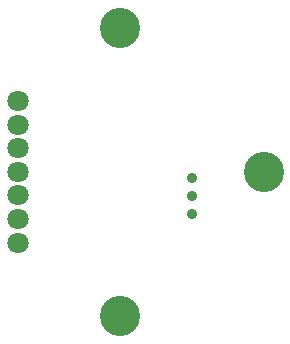
<source format=gbs>
G04 Layer_Color=16711935*
%FSAX24Y24*%
%MOIN*%
G70*
G01*
G75*
%ADD26C,0.0710*%
%ADD27C,0.1340*%
%ADD28C,0.0360*%
D26*
X051600Y020790D02*
D03*
Y020000D02*
D03*
Y019210D02*
D03*
Y018423D02*
D03*
Y017635D02*
D03*
Y021572D02*
D03*
Y022360D02*
D03*
D27*
X055000Y024800D02*
D03*
X059800Y020000D02*
D03*
X055000Y015200D02*
D03*
D28*
X057400Y018600D02*
D03*
Y019200D02*
D03*
Y019800D02*
D03*
M02*

</source>
